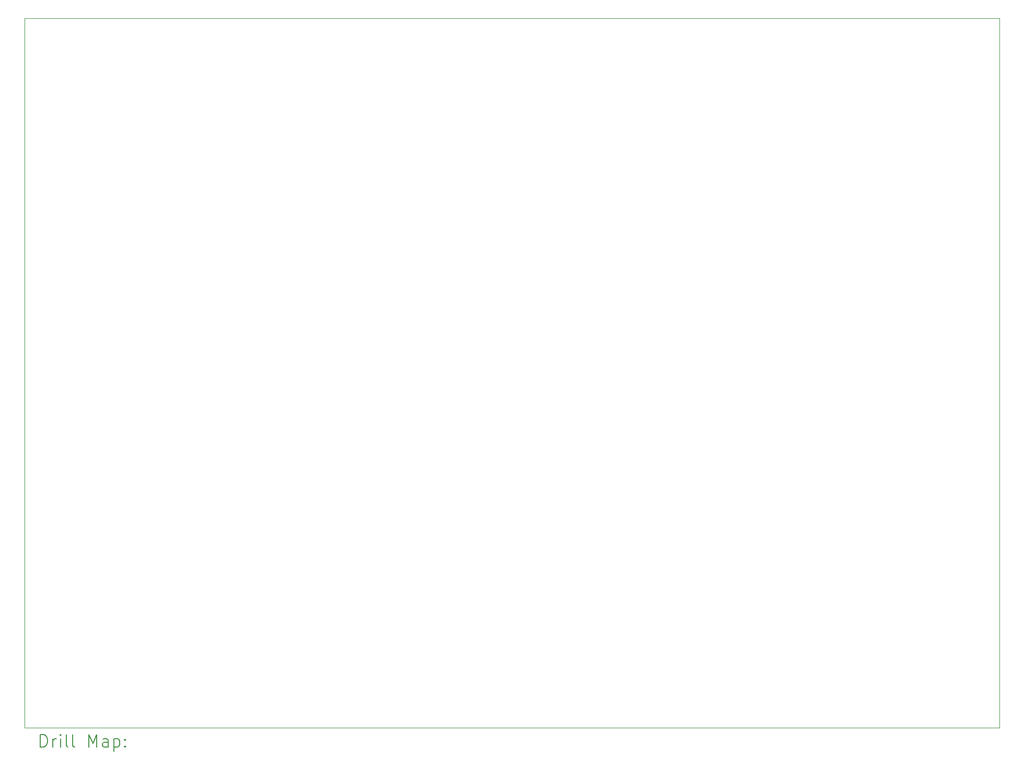
<source format=gbr>
%TF.GenerationSoftware,KiCad,Pcbnew,8.0.2-8.0.2-0~ubuntu22.04.1*%
%TF.CreationDate,2024-05-17T21:05:10+02:00*%
%TF.ProjectId,car_pcb,6361725f-7063-4622-9e6b-696361645f70,rev?*%
%TF.SameCoordinates,Original*%
%TF.FileFunction,Drillmap*%
%TF.FilePolarity,Positive*%
%FSLAX45Y45*%
G04 Gerber Fmt 4.5, Leading zero omitted, Abs format (unit mm)*
G04 Created by KiCad (PCBNEW 8.0.2-8.0.2-0~ubuntu22.04.1) date 2024-05-17 21:05:10*
%MOMM*%
%LPD*%
G01*
G04 APERTURE LIST*
%ADD10C,0.050000*%
%ADD11C,0.200000*%
G04 APERTURE END LIST*
D10*
X2000000Y-1500000D02*
X17800000Y-1500000D01*
X17800000Y-13000000D01*
X2000000Y-13000000D01*
X2000000Y-1500000D01*
D11*
X2258277Y-13313984D02*
X2258277Y-13113984D01*
X2258277Y-13113984D02*
X2305896Y-13113984D01*
X2305896Y-13113984D02*
X2334467Y-13123508D01*
X2334467Y-13123508D02*
X2353515Y-13142555D01*
X2353515Y-13142555D02*
X2363039Y-13161603D01*
X2363039Y-13161603D02*
X2372563Y-13199698D01*
X2372563Y-13199698D02*
X2372563Y-13228269D01*
X2372563Y-13228269D02*
X2363039Y-13266365D01*
X2363039Y-13266365D02*
X2353515Y-13285412D01*
X2353515Y-13285412D02*
X2334467Y-13304460D01*
X2334467Y-13304460D02*
X2305896Y-13313984D01*
X2305896Y-13313984D02*
X2258277Y-13313984D01*
X2458277Y-13313984D02*
X2458277Y-13180650D01*
X2458277Y-13218746D02*
X2467801Y-13199698D01*
X2467801Y-13199698D02*
X2477324Y-13190174D01*
X2477324Y-13190174D02*
X2496372Y-13180650D01*
X2496372Y-13180650D02*
X2515420Y-13180650D01*
X2582086Y-13313984D02*
X2582086Y-13180650D01*
X2582086Y-13113984D02*
X2572563Y-13123508D01*
X2572563Y-13123508D02*
X2582086Y-13133031D01*
X2582086Y-13133031D02*
X2591610Y-13123508D01*
X2591610Y-13123508D02*
X2582086Y-13113984D01*
X2582086Y-13113984D02*
X2582086Y-13133031D01*
X2705896Y-13313984D02*
X2686848Y-13304460D01*
X2686848Y-13304460D02*
X2677324Y-13285412D01*
X2677324Y-13285412D02*
X2677324Y-13113984D01*
X2810658Y-13313984D02*
X2791610Y-13304460D01*
X2791610Y-13304460D02*
X2782086Y-13285412D01*
X2782086Y-13285412D02*
X2782086Y-13113984D01*
X3039229Y-13313984D02*
X3039229Y-13113984D01*
X3039229Y-13113984D02*
X3105896Y-13256841D01*
X3105896Y-13256841D02*
X3172562Y-13113984D01*
X3172562Y-13113984D02*
X3172562Y-13313984D01*
X3353515Y-13313984D02*
X3353515Y-13209222D01*
X3353515Y-13209222D02*
X3343991Y-13190174D01*
X3343991Y-13190174D02*
X3324943Y-13180650D01*
X3324943Y-13180650D02*
X3286848Y-13180650D01*
X3286848Y-13180650D02*
X3267801Y-13190174D01*
X3353515Y-13304460D02*
X3334467Y-13313984D01*
X3334467Y-13313984D02*
X3286848Y-13313984D01*
X3286848Y-13313984D02*
X3267801Y-13304460D01*
X3267801Y-13304460D02*
X3258277Y-13285412D01*
X3258277Y-13285412D02*
X3258277Y-13266365D01*
X3258277Y-13266365D02*
X3267801Y-13247317D01*
X3267801Y-13247317D02*
X3286848Y-13237793D01*
X3286848Y-13237793D02*
X3334467Y-13237793D01*
X3334467Y-13237793D02*
X3353515Y-13228269D01*
X3448753Y-13180650D02*
X3448753Y-13380650D01*
X3448753Y-13190174D02*
X3467801Y-13180650D01*
X3467801Y-13180650D02*
X3505896Y-13180650D01*
X3505896Y-13180650D02*
X3524943Y-13190174D01*
X3524943Y-13190174D02*
X3534467Y-13199698D01*
X3534467Y-13199698D02*
X3543991Y-13218746D01*
X3543991Y-13218746D02*
X3543991Y-13275888D01*
X3543991Y-13275888D02*
X3534467Y-13294936D01*
X3534467Y-13294936D02*
X3524943Y-13304460D01*
X3524943Y-13304460D02*
X3505896Y-13313984D01*
X3505896Y-13313984D02*
X3467801Y-13313984D01*
X3467801Y-13313984D02*
X3448753Y-13304460D01*
X3629705Y-13294936D02*
X3639229Y-13304460D01*
X3639229Y-13304460D02*
X3629705Y-13313984D01*
X3629705Y-13313984D02*
X3620182Y-13304460D01*
X3620182Y-13304460D02*
X3629705Y-13294936D01*
X3629705Y-13294936D02*
X3629705Y-13313984D01*
X3629705Y-13190174D02*
X3639229Y-13199698D01*
X3639229Y-13199698D02*
X3629705Y-13209222D01*
X3629705Y-13209222D02*
X3620182Y-13199698D01*
X3620182Y-13199698D02*
X3629705Y-13190174D01*
X3629705Y-13190174D02*
X3629705Y-13209222D01*
M02*

</source>
